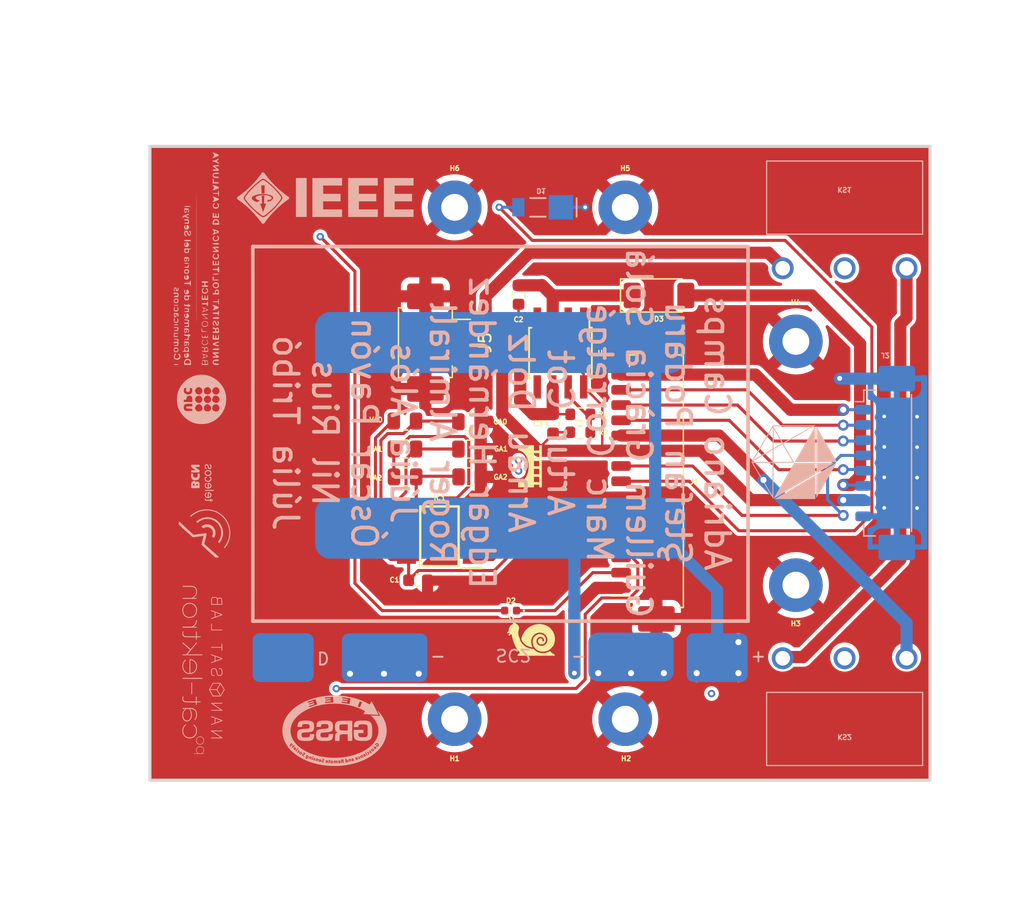
<source format=kicad_pcb>
(kicad_pcb (version 20221018) (generator pcbnew)
  (layers (0 "F.Cu" signal) (1 "In1.Cu" signal) (2 "In2.Cu" signal) (3 "In3.Cu" signal) (4 "In4.Cu" signal) (31 "B.Cu" signal) (34 "B.Paste" user) (35 "F.Paste" user) (36 "B.SilkS" user "B.Silkscreen") (37 "F.SilkS" user "F.Silkscreen") (38 "B.Mask" user) (39 "F.Mask" user) (44 "Edge.Cuts" user))
  (net 0 "")
  (net 1 "/SDA")
  (net 2 "/SCL")
  (net 3 "/VCC")
  (net 4 "/SWDIO")
  (net 5 "/SWCLK")
  (net 6 "/NRST")
  (net 7 "/KILLSWITCH+")
  (net 8 "/BATT-")
  (net 9 "/MAG-Y")
  (net 10 "/BATT+")
  (net 11 "/VCC_Umbilical")
  (net 12 "/SOLAR_Y")
  (net 13 "GND")
  (net 14 "/PH+")
  (net 15 "Net-(IC1-A0)")
  (net 16 "Net-(IC1-A1)")
  (net 17 "Net-(IC1-A2)")
  (net 18 "/VCC_MAG")
  (net 20 "Net-(KS1-NC)")
  (net 22 "/SWO")
  (net 23 "Net-(U1-EN)")
  (net 24 "/CHARGE+")
  (net 25 "Net-(U1-FB)")
  (footprint "Package_SO:TI_SO-PowerPAD-8" (layer "F.Cu") (at 103.6828 47.9552 -90)
    (fp_text reference "U1" (at 0 -3.4544 unlocked) (layer "F.SilkS") (effects (font (size 0.4 0.4))))
    (fp_text value "TPS7A7002DDAR ")
    (pad "1" smd rect (at -2.78 -1.905 270) (size 1.91 0.61) (layers "F.Cu" "F.Paste" "F.Mask"))
    (pad "2" smd rect (at -2.78 -0.635 270) (size 1.91 0.61) (layers "F.Cu" "F.Paste" "F.Mask") (net 23 "Net-(U1-EN)"))
    (pad "3" smd rect (at -2.78 0.635 270) (size 1.91 0.61) (layers "F.Cu" "F.Paste" "F.Mask") (net 23 "Net-(U1-EN)"))
    (pad "4" smd rect (at -2.78 1.905 270) (size 1.91 0.61) (layers "F.Cu" "F.Paste" "F.Mask"))
    (pad "5" smd rect (at 2.78 1.905 270) (size 1.91 0.61) (layers "F.Cu" "F.Paste" "F.Mask"))
    (pad "6" smd rect (at 2.78 0.635 270) (size 1.91 0.61) (layers "F.Cu" "F.Paste" "F.Mask") (net 10 "/BATT+"))
    (pad "7" smd rect (at 2.78 -0.635 270) (size 1.91 0.61) (layers "F.Cu" "F.Paste" "F.Mask") (net 25 "Net-(U1-FB)"))
    (pad "8" smd rect (at 2.78 -1.905 270) (size 1.91 0.61) (layers "F.Cu" "F.Paste" "F.Mask") (net 8 "/BATT-"))
    (pad "9" smd rect (at -0.6025 -0.775 270) (size 1.205 1.55) (layers "F.Cu" "F.Paste" "F.Mask") (net 8 "/BATT-"))
    (pad "9" smd rect (at -0.6025 0.775 270) (size 1.205 1.55) (layers "F.Cu" "F.Paste" "F.Mask") (net 8 "/BATT-"))
    (pad "9" smd rect (at 0.6025 -0.775 270) (size 1.205 1.55) (layers "F.Cu" "F.Paste" "F.Mask") (net 8 "/BATT-"))
    (pad "9" smd rect (at 0.6025 0.775 270) (size 1.205 1.55) (layers "F.Cu" "F.Paste" "F.Mask") (net 8 "/BATT-"))
  )
  (footprint "Resistor_SMD:R_0603_1608Metric" (layer "F.Cu") (at 105.3084 52.9844)
    (fp_text reference "R1" (at 1.8796 0 unlocked) (layer "F.SilkS") (effects (font (size 0.4 0.4))))
    (fp_text value "340k")
    (pad "1" smd roundrect (at -0.825 0) (size 0.8 0.95) (layers "F.Cu" "F.Paste" "F.Mask") (net 10 "/BATT+"))
    (pad "2" smd roundrect (at 0.825 0) (size 0.8 0.95) (layers "F.Cu" "F.Paste" "F.Mask") (net 25 "Net-(U1-FB)"))
  )
  (footprint "MountingHole:MountingHole_2.2mm_M2_Pad" (layer "F.Cu") (at 123 47)
    (fp_text reference "H4" (at 0 -3.2 unlocked) (layer "F.SilkS") (effects (font (size 0.4 0.4))))
    (fp_text value "MountingHole_Pad")
    (pad "1" thru_hole circle (at 0 0) (size 4.4 4.4) (drill 2.2) (layers "*.Cu" "*.Mask") (net 13 "GND"))
  )
  (footprint "Resistor_SMD:R_0805_2012Metric" (layer "F.Cu") (at 90.9198 55.8292 180)
    (fp_text reference "VA1" (at 2.3842 -0.017 unlocked) (layer "F.SilkS") (effects (font (size 0.4 0.4))))
    (fp_text value "0R")
    (pad "1" smd roundrect (at -0.9125 0 180) (size 1.025 1.4) (layers "F.Cu" "F.Paste" "F.Mask") (roundrect_rratio 0.243902439) (net 16 "Net-(IC1-A1)"))
    (pad "2" smd roundrect (at 0.9125 0 180) (size 1.025 1.4) (layers "F.Cu" "F.Paste" "F.Mask") (roundrect_rratio 0.243902439) (net 3 "/VCC"))
  )
  (footprint "LED_SMD:LED_0402_1005Metric" (layer "F.Cu") (at 99.591 69.088 180)
    (fp_text reference "D2" (at -0.0278 0.8128 unlocked) (layer "F.SilkS") (effects (font (size 0.4 0.4))))
    (fp_text value "LED")
    (pad "1" smd roundrect (at -0.485 0 180) (size 0.59 0.64) (layers "F.Cu" "F.Paste" "F.Mask") (net 9 "/MAG-Y"))
    (pad "2" smd roundrect (at 0.485 0 180) (size 0.59 0.64) (layers "F.Cu" "F.Paste" "F.Mask") (net 18 "/VCC_MAG"))
  )
  (footprint "sensor-nsl:TCN75AVOA" (layer "F.Cu") (at 93.7768 63.0428 180)
    (fp_text reference "IC1" (at 0 3.2004 unlocked) (layer "F.SilkS") (effects (font (size 0.4 0.4))))
    (fp_text value "TCN75AVOA713")
    (pad "1" smd rect (at -2.675 -1.855 270) (size 0.7 1.55) (layers "F.Cu" "F.Paste" "F.Mask") (net 1 "/SDA"))
    (pad "2" smd rect (at -2.675 -0.585 270) (size 0.7 1.55) (layers "F.Cu" "F.Paste" "F.Mask") (net 2 "/SCL"))
    (pad "3" smd rect (at -2.675 0.685 270) (size 0.7 1.55) (layers "F.Cu" "F.Paste" "F.Mask") (net 13 "GND"))
    (pad "4" smd rect (at -2.675 1.955 270) (size 0.7 1.55) (layers "F.Cu" "F.Paste" "F.Mask") (net 13 "GND"))
    (pad "5" smd rect (at 2.725 1.955 270) (size 0.7 1.55) (layers "F.Cu" "F.Paste" "F.Mask") (net 17 "Net-(IC1-A2)"))
    (pad "6" smd rect (at 2.725 0.685 270) (size 0.7 1.55) (layers "F.Cu" "F.Paste" "F.Mask") (net 16 "Net-(IC1-A1)"))
    (pad "7" smd rect (at 2.725 -0.585 270) (size 0.7 1.55) (layers "F.Cu" "F.Paste" "F.Mask") (net 15 "Net-(IC1-A0)"))
    (pad "8" smd rect (at 2.725 -1.855 270) (size 0.7 1.55) (layers "F.Cu" "F.Paste" "F.Mask") (net 3 "/VCC"))
  )
  (footprint "Resistor_SMD:R_0805_2012Metric" (layer "F.Cu") (at 96.2349 58.1152)
    (fp_text reference "GA2" (at 2.5256 0.0188 unlocked) (layer "F.SilkS") (effects (font (size 0.4 0.4))))
    (fp_text value "0R")
    (pad "1" smd roundrect (at -0.9125 0) (size 1.025 1.4) (layers "F.Cu" "F.Paste" "F.Mask") (roundrect_rratio 0.243902439) (net 17 "Net-(IC1-A2)"))
    (pad "2" smd roundrect (at 0.9125 0) (size 1.025 1.4) (layers "F.Cu" "F.Paste" "F.Mask") (roundrect_rratio 0.243902439) (net 13 "GND"))
  )
  (footprint "Resistor_SMD:R_0805_2012Metric" (layer "F.Cu") (at 96.2208 53.594)
    (fp_text reference "GA0" (at 2.5256 0.0044 unlocked) (layer "F.SilkS") (effects (font (size 0.4 0.4))))
    (fp_text value "0R")
    (pad "1" smd roundrect (at -0.9125 0) (size 1.025 1.4) (layers "F.Cu" "F.Paste" "F.Mask") (roundrect_rratio 0.243902439) (net 15 "Net-(IC1-A0)"))
    (pad "2" smd roundrect (at 0.9125 0) (size 1.025 1.4) (layers "F.Cu" "F.Paste" "F.Mask") (roundrect_rratio 0.243902439) (net 13 "GND"))
  )
  (footprint "MountingHole:MountingHole_2.2mm_M2_Pad" (layer "F.Cu") (at 95 78)
    (fp_text reference "H1" (at -0.004 3.2292 unlocked) (layer "F.SilkS") (effects (font (size 0.4 0.4))))
    (fp_text value "MountingHole_Pad")
    (pad "1" thru_hole circle (at 0 0) (size 4.4 4.4) (drill 2.2) (layers "*.Cu" "*.Mask") (net 13 "GND"))
  )
  (footprint "Connector_Molex:Molex_PicoBlade_53261-0371_1x03-1MP_P1.25mm_Horizontal" (layer "F.Cu") (at 93.0996 47.1016 -90)
    (fp_text reference "J5" (at 0 -4.4 90) (layer "F.SilkS"))
    (fp_text value "Conn_01x03_MountingPin")
    (pad "1" smd roundrect (at -1.25 -2.4 270) (size 0.8 1.6) (layers "F.Cu" "F.Paste" "F.Mask") (net 10 "/BATT+"))
    (pad "2" smd roundrect (at 0 -2.4 270) (size 0.8 1.6) (layers "F.Cu" "F.Paste" "F.Mask"))
    (pad "3" smd roundrect (at 1.25 -2.4 270) (size 0.8 1.6) (layers "F.Cu" "F.Paste" "F.Mask") (net 8 "/BATT-"))
    (pad "MP" smd roundrect (at -3.8 0.5 270) (size 2.1 3) (layers "F.Cu" "F.Paste" "F.Mask") (roundrect_rratio 0.1190480952) (net 13 "GND"))
    (pad "MP" smd roundrect (at 3.8 0.5 270) (size 2.1 3) (layers "F.Cu" "F.Paste" "F.Mask") (roundrect_rratio 0.1190480952) (net 13 "GND"))
  )
  (footprint "Capacitor_SMD:C_0603_1608Metric" (layer "F.Cu") (at 100.2414 43.1741 -90)
    (fp_text reference "C2" (at 2.032 0 unlocked) (layer "F.SilkS") (effects (font (size 0.4 0.4))))
    (fp_text value "10uF")
    (pad "1" smd roundrect (at -0.775 0 270) (size 0.9 0.95) (layers "F.Cu" "F.Paste" "F.Mask") (net 23 "Net-(U1-EN)"))
    (pad "2" smd roundrect (at 0.775 0 270) (size 0.9 0.95) (layers "F.Cu" "F.Paste" "F.Mask") (net 8 "/BATT-"))
  )
  (footprint "Resistor_SMD:R_0805_2012Metric" (layer "F.Cu") (at 90.9198 53.5364 180)
    (fp_text reference "VA0" (at 2.3754 0.0988 unlocked) (layer "F.SilkS") (effects (font (size 0.4 0.4))))
    (fp_text value "0R")
    (pad "1" smd roundrect (at -0.9125 0 180) (size 1.025 1.4) (layers "F.Cu" "F.Paste" "F.Mask") (roundrect_rratio 0.243902439) (net 15 "Net-(IC1-A0)"))
    (pad "2" smd roundrect (at 0.9125 0 180) (size 1.025 1.4) (layers "F.Cu" "F.Paste" "F.Mask") (roundrect_rratio 0.243902439) (net 3 "/VCC"))
  )
  (footprint "MountingHole:MountingHole_2.2mm_M2_Pad" (layer "F.Cu") (at 95 36)
    (fp_text reference "H6" (at 0 -3.2 unlocked) (layer "F.SilkS") (effects (font (size 0.4 0.4))))
    (fp_text value "MountingHole_Pad")
    (pad "1" thru_hole circle (at 0 0) (size 4.4 4.4) (drill 2.2) (layers "*.Cu" "*.Mask") (net 13 "GND"))
  )
  (footprint "symbols-nsl:Snail" (layer "F.Cu") (at 102 71.5772)
    (fp_text reference "Annotation6" hide)
    (fp_text value "snail")
  )
  (footprint "Resistor_SMD:R_0805_2012Metric" (layer "F.Cu") (at 96.2208 55.8368)
    (fp_text reference "GA1" (at 2.5764 -0.0178 unlocked) (layer "F.SilkS") (effects (font (size 0.4 0.4))))
    (fp_text value "0R")
    (pad "1" smd roundrect (at -0.9125 0) (size 1.025 1.4) (layers "F.Cu" "F.Paste" "F.Mask") (roundrect_rratio 0.243902439) (net 16 "Net-(IC1-A1)"))
    (pad "2" smd roundrect (at 0.9125 0) (size 1.025 1.4) (layers "F.Cu" "F.Paste" "F.Mask") (roundrect_rratio 0.243902439) (net 13 "GND"))
  )
  (footprint "passive-nsl:RBS1LAM40ATR_Schottky" (layer "F.Cu") (at 111.7698 43.2308)
    (fp_text reference "D3" (at -0.0098 1.9304 unlocked) (layer "F.SilkS") (effects (font (size 0.4 0.4))))
    (fp_text value "~")
    (pad "1" smd roundrect (at -2.2 0) (size 1.4 2.1) (layers "F.Cu" "F.Paste" "F.Mask") (roundrect_rratio 0.1785714286) (net 23 "Net-(U1-EN)"))
    (pad "2" smd roundrect (at 2.2 0) (size 1.4 2.1) (layers "F.Cu" "F.Paste" "F.Mask") (roundrect_rratio 0.1785714286) (net 24 "/CHARGE+"))
  )
  (footprint "Capacitor_SMD:C_0603_1608Metric" (layer "F.Cu") (at 91.9988 66.5988)
    (fp_text reference "C1" (at -1.9392 -0.0254 unlocked) (layer "F.SilkS") (effects (font (size 0.4 0.4))))
    (fp_text value "1 uF")
    (pad "1" smd roundrect (at -0.775 0) (size 0.9 0.95) (layers "F.Cu" "F.Paste" "F.Mask") (net 3 "/VCC"))
    (pad "2" smd roundrect (at 0.775 0) (size 0.9 0.95) (layers "F.Cu" "F.Paste" "F.Mask") (net 13 "GND"))
  )
  (footprint "MountingHole:MountingHole_2.2mm_M2_Pad" (layer "F.Cu") (at 123 67)
    (fp_text reference "H3" (at -0.0132 3.1548 unlocked) (layer "F.SilkS") (effects (font (size 0.4 0.4))))
    (fp_text value "MountingHole_Pad")
    (pad "1" thru_hole circle (at 0 0) (size 4.4 4.4) (drill 2.2) (layers "*.Cu" "*.Mask") (net 13 "GND"))
  )
  (footprint "Resistor_SMD:R_0603_1608Metric" (layer "F.Cu") (at 105.3084 54.4576)
    (fp_text reference "R2" (at 1.8796 0 unlocked) (layer "F.SilkS") (effects (font (size 0.4 0.4))))
    (fp_text value "50k")
    (pad "1" smd roundrect (at -0.825 0) (size 0.8 0.95) (layers "F.Cu" "F.Paste" "F.Mask") (net 8 "/BATT-"))
    (pad "2" smd roundrect (at 0.825 0) (size 0.8 0.95) (layers "F.Cu" "F.Paste" "F.Mask") (net 25 "Net-(U1-FB)"))
  )
  (footprint "MountingHole:MountingHole_2.2mm_M2_Pad" (layer "F.Cu") (at 109 78)
    (fp_text reference "H2" (at 0.0676 3.2292 unlocked) (layer "F.SilkS") (effects (font (size 0.4 0.4))))
    (fp_text value "MountingHole_Pad")
    (pad "1" thru_hole circle (at 0 0) (size 4.4 4.4) (drill 2.2) (layers "*.Cu" "*.Mask") (net 13 "GND"))
  )
  (footprint "symbols-nsl:Bridgemaker" (layer "F.Cu") (at 101.092 57.2008 -90)
    (fp_text reference "Annotation5" hide)
    (fp_text value "Bridgemaker")
  )
  (footprint "Capacitor_SMD:C_0603_1608Metric" (layer "F.Cu") (at 103.0732 53.7464 -90)
    (fp_text reference "C3" (at 0 1.2192 unlocked) (layer "F.SilkS") (effects (font (size 0.4 0.4))))
    (fp_text value "10uF")
    (pad "1" smd roundrect (at -0.775 0 270) (size 0.9 0.95) (layers "F.Cu" "F.Paste" "F.Mask") (net 10 "/BATT+"))
    (pad "2" smd roundrect (at 0.775 0 270) (size 0.9 0.95) (layers "F.Cu" "F.Paste" "F.Mask") (net 8 "/BATT-"))
  )
  (footprint "MountingHole:MountingHole_2.2mm_M2_Pad" (layer "F.Cu") (at 109 36)
    (fp_text reference "H5" (at 0 -3.2 unlocked) (layer "F.SilkS") (effects (font (size 0.4 0.4))))
    (fp_text value "MountingHole_Pad")
    (pad "1" thru_hole circle (at 0 0) (size 4.4 4.4) (drill 2.2) (layers "*.Cu" "*.Mask") (net 13 "GND"))
  )
  (footprint "Resistor_SMD:R_0805_2012Metric" (layer "F.Cu") (at 90.9339 58.1152 180)
    (fp_text reference "VA2" (at 2.435 -0.082 unlocked) (layer "F.SilkS") (effects (font (size 0.4 0.4))))
    (fp_text value "0R")
    (pad "1" smd roundrect (at -0.9125 0 180) (size 1.025 1.4) (layers "F.Cu" "F.Paste" "F.Mask") (roundrect_rratio 0.243902439) (net 17 "Net-(IC1-A2)"))
    (pad "2" smd roundrect (at 0.9125 0 180) (size 1.025 1.4) (layers "F.Cu" "F.Paste" "F.Mask") (roundrect_rratio 0.243902439) (net 3 "/VCC"))
  )
  (footprint "Connector_Molex:Molex_PicoBlade_53261-1571_1x15-1MP_P1.25mm_Horizontal" (layer "F.Cu") (at 111.0568 58.4738 90)
    (fp_text reference "J1" (at -0.0508 3.6068 unlocked) (layer "F.SilkS") (effects (font (size 0.4 0.4))))
    (fp_text value "53261-1471")
    (pad "1" smd roundrect (at -8.75 -2.4 90) (size 0.8 1.6) (layers "F.Cu" "F.Paste" "F.Mask") (net 12 "/SOLAR_Y"))
    (pad "2" smd roundrect (at -7.5 -2.4 90) (size 0.8 1.6) (layers "F.Cu" "F.Paste" "F.Mask") (net 9 "/MAG-Y"))
    (pad "3" smd roundrect (at -6.25 -2.4 90) (size 0.8 1.6) (layers "F.Cu" "F.Paste" "F.Mask") (net 18 "/VCC_MAG"))
    (pad "4" smd roundrect (at -5 -2.4 90) (size 0.8 1.6) (layers "F.Cu" "F.Paste" "F.Mask") (net 3 "/VCC"))
    (pad "5" smd roundrect (at -3.75 -2.4 90) (size 0.8 1.6) (layers "F.Cu" "F.Paste" "F.Mask") (net 1 "/SDA"))
    (pad "6" smd roundrect (at -2.5 -2.4 90) (size 0.8 1.6) (layers "F.Cu" "F.Paste" "F.Mask") (net 2 "/SCL"))
    (pad "7" smd roundrect (at -1.25 -2.4 90) (size 0.8 1.6) (layers "F.Cu" "F.Paste" "F.Mask") (net 13 "GND"))
    (pad "8" smd roundrect (at 0 -2.4 90) (size 0.8 1.6) (layers "F.Cu" "F.Paste" "F.Mask") (net 14 "/PH+"))
    (pad "9" smd roundrect (at 1.25 -2.4 90) (size 0.8 1.6) (layers "F.Cu" "F.Paste" "F.Mask") (net 22 "/SWO"))
    (pad "10" smd roundrect (at 2.5 -2.4 90) (size 0.8 1.6) (layers "F.Cu" "F.Paste" "F.Mask") (net 8 "/BATT-"))
    (pad "11" smd roundrect (at 3.75 -2.4 90) (size 0.8 1.6) (layers "F.Cu" "F.Paste" "F.Mask") (net 7 "/KILLSWITCH+"))
    (pad "12" smd roundrect (at 5 -2.4 90) (size 0.8 1.6) (layers "F.Cu" "F.Paste" "F.Mask") (net 6 "/NRST"))
    (pad "13" smd roundrect (at 6.25 -2.4 90) (size 0.8 1.6) (layers "F.Cu" "F.Paste" "F.Mask") (net 5 "/SWCLK"))
    (pad "14" smd roundrect (at 7.5 -2.4 90) (size 0.8 1.6) (layers "F.Cu" "F.Paste" "F.Mask") (net 4 "/SWDIO"))
    (pad "15" smd roundrect (at 8.75 -2.4 90) (size 0.8 1.6) (layers "F.Cu" "F.Paste" "F.Mask") (net 11 "/VCC_Umbilical"))
    (pad "MP" smd roundrect (at -11.3 0.5 90) (size 2.1 3) (layers "F.Cu" "F.Paste" "F.Mask") (roundrect_rratio 0.1190480952) (net 13 "GND"))
    (pad "MP" smd roundrect (at 11.3 0.5 90) (size 2.1 3) (layers "F.Cu" "F.Paste" "F.Mask") (roundrect_rratio 0.1190480952) (net 13 "GND"))
  )
  (footprint "symbols-nsl:pocat-lektron" (layer "B.Cu") (at 73.5076 73.914 90)
    (fp_text reference "Annotation7" hide)
    (fp_text value "pocat lektron" hide)
  )
  (footprint "miscelaneous-nsl:D2FLA" (layer "B.Cu") (at 121.92 73)
    (fp_text reference "KS2" (at 5.08 6.45 180 unlocked) (layer "B.SilkS") (effects (font (size 0.4 0.4) (thickness 0.1)) (justify mirror)))
    (fp_text value "D2F-01L-A" hide)
    (pad "1" thru_hole circle (at 0 0) (size 1.8 1.8) (drill 1.2) (layers "*.Cu" "*.Mask") (net 20 "Net-(KS1-NC)"))
    (pad "2" thru_hole circle (at 5.08 0) (size 1.8 1.8) (drill 1.2) (layers "*.Cu" "*.Mask"))
    (pad "3" thru_hole circle (at 10.16 0) (size 1.8 1.8) (drill 1.2) (layers "*.Cu" "*.Mask") (net 7 "/KILLSWITCH+"))
  )
  (footprint "symbols-nsl:IEEE_logo" (layer "B.Cu") (at 85.9028 35.2044)
    (fp_text reference "Annotation2" hide)
    (fp_text value "IEEE")
  )
  (footprint "power-nsl:Lighttricity_S3040_CIC" (layer "B.Cu") (at 78.4352 69.9516)
    (fp_text reference "SC2" (at 21.3868 2.794 180 unlocked) (layer "B.SilkS") (effects (justify mirror)))
    (fp_text value "~")
    (fp_text user "-" (at 26.035 2.413 180 unlocked) (layer "B.SilkS") (effects (justify left bottom mirror)))
    (fp_text user "-" (at 14.478 2.413 180 unlocked) (layer "B.SilkS") (effects (justify left bottom mirror)))
    (fp_text user "D" (at 5.1816 2.4384 180 unlocked) (layer "B.SilkS") (effects (justify left bottom mirror)))
    (fp_text user "+" (at 40.767 2.413 180 unlocked) (layer "B.SilkS") (effects (justify left bottom mirror)))
    (pad "1" smd roundrect (at 10.8204 3) (size 7 4) (layers "B.Cu" "B.Paste" "B.Mask") (roundrect_rratio 0.1428571429) (net 13 "GND"))
    (pad "1" smd roundrect (at 31.0388 2.9464) (size 7 4) (layers "B.Cu" "B.Paste" "B.Mask") (roundrect_rratio 0.2) (net 13 "GND"))
    (pad "2" smd roundrect (at 2.4892 2.9972) (size 5 4) (layers "B.Cu" "B.Paste" "B.Mask") (roundrect_rratio 0.1428571429))
    (pad "3" smd roundrect (at 7.62 -22.86) (size 5 5) (layers "B.Cu" "B.Paste" "B.Mask") (net 12 "/SOLAR_Y"))
    (pad "3" smd roundrect (at 7.62 -7.62) (size 5 5) (layers "B.Cu" "B.Paste" "B.Mask") (net 12 "/SOLAR_Y"))
    (pad "3" smd roundrect (at 33.02 -22.86) (size 5 5) (layers "B.Cu" "B.Paste" "B.Mask") (net 12 "/SOLAR_Y"))
    (pad "3" smd roundrect (at 33.02 -7.62) (size 5 5) (layers "B.Cu" "B.Paste" "B.Mask") (net 12 "/SOLAR_Y"))
    (pad "3" smd roundrect (at 38.1 2.9972) (size 5 4) (layers "B.Cu" "B.Paste" "B.Mask") (roundrect_rratio 0.1428571429) (net 12 "/SOLAR_Y"))
  )
  (footprint "symbols-nsl:Telecos" (layer "B.Cu") (at 74.422 60.604401 90)
    (fp_text reference "Annotation4" hide)
    (fp_text value "Telecos")
  )
  (footprint "symbols-nsl:NSL_hexagon" (layer "B.Cu") (at 122.8852 56.9468 -90)
    (fp_text reference "Annotation9" hide)
    (fp_text value "NSL_hex")
  )
  (footprint "passive-nsl:SLCD-61N8" (layer "B.Cu") (at 102.1139 36.0668 180)
    (fp_text reference "D1" (at 0.0059 1.4212 180 unlocked) (layer "B.SilkS") (effects (font (size 0.4 0.4)) (justify mirror)))
    (fp_text value "SLCD-61N8")
    (pad "1" smd rect (at 1.8855 0.075 180) (size 1 1.5) (layers "B.Cu" "B.Paste" "B.Mask") (net 14 "/PH+"))
    (pad "2" smd rect (at -1.6 0.075 180) (size 2 2) (layers "B.Cu" "B.Paste" "B.Mask") (net 13 "GND"))
  )
  (footprint "Connector_Molex:Molex_PicoBlade_53398-0871_1x08-1MP_P1.25mm_Vertical" (layer "B.Cu") (at 129.778 56.98 -90)
    (fp_text reference "J2" (at -8.8392 -0.5588 -180 unlocked) (layer "B.SilkS") (effects (font (size 0.4 0.4)) (justify mirror)))
    (fp_text value "Conn_01x08_MountingPin")
    (pad "1" smd roundrect (at -4.375 1.25 270) (size 0.8 1.3) (layers "B.Cu" "B.Paste" "B.Mask") (net 11 "/VCC_Umbilical"))
    (pad "2" smd roundrect (at -3.125 1.25 270) (size 0.8 1.3) (layers "B.Cu" "B.Paste" "B.Mask") (net 4 "/SWDIO"))
    (pad "3" smd roundrect (at -1.875 1.25 270) (size 0.8 1.3) (layers "B.Cu" "B.Paste" "B.Mask") (net 5 "/SWCLK"))
    (pad "4" smd roundrect (at -0.625 1.25 270) (size 0.8 1.3) (layers "B.Cu" "B.Paste" "B.Mask") (net 22 "/SWO"))
    (pad "5" smd roundrect (at 0.625 1.25 270) (size 0.8 1.3) (layers "B.Cu" "B.Paste" "B.Mask") (net 6 "/NRST"))
    (pad "6" smd roundrect (at 1.875 1.25 270) (size 0.8 1.3) (layers "B.Cu" "B.Paste" "B.Mask") (net 24 "/CHARGE+"))
    (pad "7" smd roundrect (at 3.125 1.25 270) (size 0.8 1.3) (layers "B.Cu" "B.Paste" "B.Mask") (net 8 "/BATT-"))
    (pad "8" smd roundrect (at 4.375 1.25 270) (size 0.8 1.3) (layers "B.Cu" "B.Paste" "B.Mask") (net 13 "GND"))
    (pad "MP" smd roundrect (at -6.925 -1.5 270) (size 2.1 3) (layers "B.Cu" "B.Paste" "B.Mask") (roundrect_rratio 0.1190480952) (net 13 "GND"))
    (pad "MP" smd roundrect (at 6.925 -1.5 270) (size 2.1 3) (layers "B.Cu" "B.Paste" "B.Mask") (roundrect_rratio 0.1190480952) (net 13 "GND"))
  )
  (footprint "symbols-nsl:NSL-small" (layer "B.Cu") (at 75.4888 74.0664 90)
    (fp_text reference "Annotation8" hide)
    (fp_text value "NSL_long" hide)
  )
  (footprint "miscelaneous-nsl:D2FLA1" (layer "B.Cu") (at 121.92 41)
    (fp_text reference "KS1" (at 5.08 -6.45 180 unlocked) (layer "B.SilkS") (effects (font (size 0.4 0.4) (thickness 0.1)) (justify mirror)))
    (fp_text value "D2F-01L-A1" hide)
    (pad "1" thru_hole circle (at 0 0) (size 1.8 1.8) (drill 1.2) (layers "*.Cu" "*.Mask") (net 10 "/BATT+"))
    (pad "2" thru_hole circle (at 5.08 0) (size 1.8 1.8) (drill 1.2) (layers "*.Cu" "*.Mask"))
    (pad "3" thru_hole circle (at 10.16 0) (size 1.8 1.8) (drill 1.2) (layers "*.Cu" "*.Mask") (net 20 "Net-(KS1-NC)"))
  )
  (footprint "symbols-nsl:GRSS" (layer "B.Cu") (at 85.145837 79.031402 180)
    (fp_text reference "Annotation1" hide)
    (fp_text value "GRSS")
  )
  (footprint "symbols-nsl:UPC_positiu" (layer "B.Cu") (at 73.8124 42.926 90)
    (fp_text reference "Annotation3" hide)
    (fp_text value "UPC")
  )
  (gr_line (start 134 83) (end 70 83) (stroke (width 0.254)) (layer "Edge.Cuts"))
  (gr_line (start 134 31) (end 134 83) (stroke (width 0.254)) (layer "Edge.Cuts"))
  (gr_line (start 70 31) (end 134 31) (stroke (width 0.254)) (layer "Edge.Cuts"))
  (gr_line (start 70 83) (end 70 31) (stroke (width 0.254)) (layer "Edge.Cuts"))
  (gr_text "Adriano Camps\nŞtefan Podaru\nGuillem Gràcia Solá\nMarc Corretgé\nArtur Cot\nArnau Dolz\nEdgar Hernández\nRoger Almirall\nJúlia Alós\nÓscar Pavón\nNil Rius\nJúlia Tribó\n" (at 79.9592 54.5084 -90) (layer "B.SilkS") (effects (font (size 2 2) (thickness 0.3) bold) (justify bottom mirror)))
  (segment (start 100.8188 62.2238) (end 98.1448 64.8978) (width 0.254) (layer "F.Cu") (net 1))
  (segment (start 98.1448 64.8978) (end 96.4518 64.8978) (width 0.254) (layer "F.Cu") (net 1))
  (segment (start 108.6568 62.2238) (end 100.8188 62.2238) (width 0.254) (layer "F.Cu") (net 1))
  (segment (start 98.5258 63.6278) (end 96.4518 63.6278) (width 0.254) (layer "F.Cu") (net 2))
  (segment (start 101.1798 60.9738) (end 98.5258 63.6278) (width 0.254) (layer "F.Cu") (net 2))
  (segment (start 108.6568 60.9738) (end 101.1798 60.9738) (width 0.254) (layer "F.Cu") (net 2))
  (segment (start 91.0518 64.8978) (end 89.739 64.8978) (width 0.25) (layer "F.Cu") (net 3))
  (segment (start 88.5008 63.6596) (end 88.5008 54.931604) (width 0.25) (layer "F.Cu") (net 3))
  (segment (start 91.3247 54.8042) (end 95.8083 54.8042) (width 0.25) (layer "F.Cu") (net 3))
  (segment (start 90.0073 55.8292) (end 90.2997 55.8292) (width 0.25) (layer "F.Cu") (net 3))
  (segment (start 89.739 64.8978) (end 88.5008 63.6596) (width 0.25) (layer "F.Cu") (net 3))
  (segment (start 92.0238 65.7988) (end 98.2598 65.7988) (width 0.25) (layer "F.Cu") (net 3))
  (segment (start 90.0073 58.1011) (end 90.0214 58.1152) (width 0.25) (layer "F.Cu") (net 3))
  (segment (start 90.0073 55.8292) (end 90.0073 58.1011) (width 0.25) (layer "F.Cu") (net 3))
  (segment (start 93.7768 59.8424) (end 92.9132 60.706) (width 0.25) (layer "F.Cu") (net 3))
  (segment (start 92.9132 60.706) (end 92.9132 64.0588) (width 0.25) (layer "F.Cu") (net 3))
  (segment (start 88.5008 54.931604) (end 89.896004 53.5364) (width 0.25) (layer "F.Cu") (net 3))
  (segment (start 91.2238 66.5988) (end 91.2238 65.0698) (width 0.25) (layer "F.Cu") (net 3))
  (segment (start 98.2598 65.7988) (end 100.5848 63.4738) (width 0.25) (layer "F.Cu") (net 3))
  (segment (start 89.896004 53.5364) (end 90.0073 53.5364) (width 0.25) (layer "F.Cu") (net 3))
  (segment (start 100.5848 63.4738) (end 108.6568 63.4738) (width 0.25) (layer "F.Cu") (net 3))
  (segment (start 91.2238 65.0698) (end 91.0518 64.8978) (width 0.25) (layer "F.Cu") (net 3))
  (segment (start 91.2238 66.5988) (end 92.0238 65.7988) (width 0.25) (layer "F.Cu") (net 3))
  (segment (start 92.9132 64.0588) (end 92.0742 64.8978) (width 0.25) (layer "F.Cu") (net 3))
  (segment (start 92.0742 64.8978) (end 91.0518 64.8978) (width 0.25) (layer "F.Cu") (net 3))
  (segment (start 95.1992 59.8424) (end 93.7768 59.8424) (width 0.25) (layer "F.Cu") (net 3))
  (segment (start 96.1599 55.1558) (end 96.1599 58.8817) (width 0.25) (layer "F.Cu") (net 3))
  (segment (start 90.2997 55.8292) (end 91.3247 54.8042) (width 0.25) (layer "F.Cu") (net 3))
  (segment (start 96.1599 58.8817) (end 95.1992 59.8424) (width 0.25) (layer "F.Cu") (net 3))
  (segment (start 95.8083 54.8042) (end 96.1599 55.1558) (width 0.25) (layer "F.Cu") (net 3))
  (segment (start 121.898 53.8768) (end 118.995 50.9738) (width 0.254) (layer "F.Cu") (net 4))
  (segment (start 118.995 50.9738) (end 108.6568 50.9738) (width 0.254) (layer "F.Cu") (net 4))
  (segment (start 126.8848 53.8768) (end 121.898 53.8768) (width 0.254) (layer "F.Cu") (net 4))
  (via (at 126.8848 53.8768) (size 0.9) (drill 0.5) (layers "F.Cu" "B.Cu") (net 4))
  (segment (start 126.8848 53.8768) (end 128.5062 53.8768) (width 0.254) (layer "B.Cu") (net 4))
  (segment (start 128.5062 53.8768) (end 128.528 53.855) (width 0.254) (layer "B.Cu") (net 4))
  (segment (start 121.166 55.1768) (end 118.213 52.2238) (width 0.254) (layer "F.Cu") (net 5))
  (segment (start 118.213 52.2238) (end 108.6568 52.2238) (width 0.254) (layer "F.Cu") (net 5))
  (segment (start 126.8848 55.1768) (end 121.166 55.1768) (width 0.254) (layer "F.Cu") (net 5))
  (via (at 126.8848 55.1768) (size 0.9) (drill 0.5) (layers "F.Cu" "B.Cu") (net 5))
  (segment (start 126.8848 55.1768) (end 128.4562 55.1768) (width 0.254) (layer "B.Cu") (net 5))
  (segment (start 128.4562 55.1768) (end 128.528 55.105) (width 0.254) (layer "B.Cu") (net 5))
  (segment (start 126.88348 57.525) (end 121.5838 57.525) (width 0.254) (layer "F.Cu") (net 6))
  (segment (start 121.5838 57.525) (end 117.5326 53.4738) (width 0.254) (layer "F.Cu") (net 6))
  (segment (start 126.8848 57.52368) (end 126.88348 57.525) (width 0.254) (layer "F.Cu") (net 6))
  (segment (start 117.5326 53.4738) (end 108.6568 53.4738) (width 0.254) (layer "F.Cu") (net 6))
  (via (at 126.8848 57.52368) (size 0.9) (drill 0.5) (layers "F.Cu" "B.Cu") (net 6))
  (segment (start 126.8848 57.52368) (end 126.89648 57.512) (width 0.254) (layer "B.Cu") (net 6))
  (segment (start 126.89648 57.512) (end 128.546 57.512) (width 0.254) (layer "B.Cu") (net 6))
  (segment (start 116.6998 54.7238) (end 108.6568 54.7238) (width 1) (layer "F.Cu") (net 7))
  (segment (start 120.3452 58.3692) (end 116.6998 54.7238) (width 1) (layer "F.Cu") (net 7))
  (via (at 120.3452 58.3692) (size 0.9) (drill 0.5) (layers "F.Cu" "B.Cu") (net 7))
  (segment (start 120.3452 58.3692) (end 132.08 70.104) (width 1) (layer "B.Cu") (net 7))
  (segment (start 132.08 70.104) (end 132.08 72.8996) (width 1) (layer "B.Cu") (net 7))
  (segment (start 101.9119 47.3527) (end 102.9078 47.3527) (width 0.2) (layer "F.Cu") (net 8))
  (segment (start 101.897 55.9738) (end 108.6568 55.9738) (width 1) (layer "F.Cu") (net 8))
  (segment (start 103.0732 54.61) (end 101.8032 55.88) (width 0.2) (layer "F.Cu") (net 8))
  (segment (start 107.1118 52.2592) (end 107.1118 55.88) (width 0.2) (layer "F.Cu") (net 8))
  (segment (start 98.9076 49.2506) (end 98.0086 48.3516) (width 1) (layer "F.Cu") (net 8))
  (segment (start 101.2444 55.3212) (end 98.9076 52.9844) (width 1) (layer "F.Cu") (net 8))
  (segment (start 105.5878 49.6877) (end 105.5878 50.7352) (width 0.2) (layer "F.Cu") (net 8))
  (segment (start 115.2574 55.9738) (end 119.3056 60.022) (width 1) (layer "F.Cu") (net 8))
  (segment (start 107.1118 55.88) (end 107.2056 55.9738) (width 0.2) (layer "F.Cu") (net 8))
  (segment (start 105.5878 50.7352) (end 107.1118 52.2592) (width 0.2) (layer "F.Cu") (net 8))
  (segment (start 98.0086 48.3516) (end 95.4996 48.3516) (width 1) (layer "F.Cu") (net 8))
  (segment (start 103.0732 54.5214) (end 103.0732 54.61) (width 0.2) (layer "F.Cu") (net 8))
  (segment (start 98.9076 52.9844) (end 98.9076 49.2506) (width 1) (layer "F.Cu") (net 8))
  (segment (start 108.6568 55.9738) (end 115.2574 55.9738) (width 1) (layer "F.Cu") (net 8))
  (segment (start 101.2444 55.3212) (end 101.897 55.9738) (width 1) (layer "F.Cu") (net 8))
  (segment (start 100.2414 43.9491) (end 100.2414 44.9202) (width 0.2) (layer "F.Cu") (net 8))
  (segment (start 100.2414 44.9202) (end 100.9396 45.6184) (width 0.2) (layer "F.Cu") (net 8))
  (segment (start 100.9396 45.6184) (end 100.9396 46.3804) (width 0.2) (layer "F.Cu") (net 8))
  (segment (start 104.4578 48.5577) (end 105.5878 49.6877) (width 0.2) (layer "F.Cu") (net 8))
  (segment (start 108.6568 55.9738) (end 107.2056 55.9738) (width 1) (layer "F.Cu") (net 8))
  (segment (start 103.137 54.4576) (end 103.0732 54.5214) (width 0.2) (layer "F.Cu") (net 8))
  (segment (start 101.8032 55.88) (end 101.2444 55.3212) (width 1) (layer "F.Cu") (net 8))
  (segment (start 119.3056 60.022) (end 126.8848 60.022) (width 1) (layer "F.Cu") (net 8))
  (segment (start 100.9396 46.3804) (end 101.9119 47.3527) (width 0.2) (layer "F.Cu") (net 8))
  (segment (start 104.4834 54.4576) (end 103.137 54.4576) (width 0.2) (layer "F.Cu") (net 8))
  (via (at 126.8848 60.022) (size 0.9) (drill 0.5) (layers "F.Cu" "B.Cu") (net 8))
  (segment (start 126.8848 60.022) (end 128.546 60.022) (width 1) (layer "B.Cu") (net 8))
  (segment (start 100.076 69.088) (end 103.2256 69.088) (width 0.25) (layer "F.Cu") (net 9))
  (segment (start 106.3398 65.9738) (end 108.6568 65.9738) (width 0.25) (layer "F.Cu") (net 9))
  (segment (start 103.2256 69.088) (end 106.3398 65.9738) (width 0.25) (layer "F.Cu") (net 9))
  (segment (start 103.0732 52.9714) (end 104.4704 52.9714) (width 0.2) (layer "F.Cu") (net 10))
  (segment (start 120.7516 39.7256) (end 101.125518 39.7256) (width 1) (layer "F.Cu") (net 10))
  (segment (start 103.0478 52.946) (end 103.0732 52.9714) (width 0.2) (layer "F.Cu") (net 10))
  (segment (start 97.5406 45.8516) (end 95.4996 45.8516) (width 1) (layer "F.Cu") (net 10))
  (segment (start 97.5406 43.310518) (end 97.5406 45.8516) (width 1) (layer "F.Cu") (net 10))
  (segment (start 103.0478 50.7352) (end 103.0478 52.946) (width 1) (layer "F.Cu") (net 10))
  (segment (start 101.4346 52.9714) (end 100.3808 51.9176) (width 1) (layer "F.Cu") (net 10))
  (segment (start 121.92 40.894) (end 120.7516 39.7256) (width 1) (layer "F.Cu") (net 10))
  (segment (start 103.0732 52.9714) (end 101.4346 52.9714) (width 1) (layer "F.Cu") (net 10))
  (segment (start 100.3808 48.6918) (end 97.5406 45.8516) (width 1) (layer "F.Cu") (net 10))
  (segment (start 101.125518 39.7256) (end 97.5406 43.310518) (width 1) (layer "F.Cu") (net 10))
  (segment (start 104.4704 52.9714) (end 104.4834 52.9844) (width 0.2) (layer "F.Cu") (net 10))
  (segment (start 100.3808 51.9176) (end 100.3808 48.6918) (width 1) (layer "F.Cu") (net 10))
  (segment (start 126.8786 52.6112) (end 122.5628 52.6112) (width 1) (layer "F.Cu") (net 11))
  (segment (start 119.6754 49.7238) (end 108.6568 49.7238) (width 1) (layer "F.Cu") (net 11))
  (segment (start 122.5628 52.6112) (end 119.6754 49.7238) (width 1) (layer "F.Cu") (net 11))
  (segment (start 126.8848 52.605) (end 126.8786 52.6112) (width 1) (layer "F.Cu") (net 11))
  (via (at 126.8848 52.605) (size 0.9) (drill 0.5) (layers "F.Cu" "B.Cu") (net 11))
  (segment (start 126.8848 52.605) (end 128.528 52.605) (width 0.25) (layer "B.Cu") (net 11))
  (segment (start 108.6568 67.2238) (end 106.6138 67.2238) (width 1) (layer "F.Cu") (net 12))
  (segment (start 106.6138 67.2238) (end 104.8258 69.0118) (width 1) (layer "F.Cu") (net 12))
  (segment (start 104.8258 69.0118) (end 104.8258 74.2188) (width 1) (layer "F.Cu") (net 12))
  (via (at 114.8588 74.2188) (size 0.9) (drill 0.5) (layers "F.Cu" "B.Cu") (net 12))
  (via (at 118.2878 74.2188) (size 0.9) (drill 0.5) (layers "F.Cu" "B.Cu") (net 12))
  (via (at 118.2878 71.6788) (size 0.9) (drill 0.5) (layers "F.Cu" "B.Cu") (net 12))
  (via (at 104.8258 74.2188) (size 0.8) (drill 0.4) (layers "F.Cu" "B.Cu") (net 12))
  (segment (start 104.8258 69.1388) (end 104.8258 62.3316) (width 1) (layer "B.Cu") (net 12))
  (segment (start 104.8258 62.3316) (end 111.4552 62.3316) (width 5) (layer "B.Cu") (net 12))
  (segment (start 111.4552 47.0916) (end 111.4552 62.3316) (width 1) (layer "B.Cu") (net 12))
  (segment (start 116.5352 72.9488) (end 116.5352 67.4116) (width 1) (layer "B.Cu") (net 12))
  (segment (start 86.0552 47.0916) (end 111.4552 47.0916) (width 5) (layer "B.Cu") (net 12))
  (segment (start 86.0552 62.3316) (end 104.8258 62.3316) (width 5) (layer "B.Cu") (net 12))
  (segment (start 116.5352 67.4116) (end 111.4552 62.3316) (width 1) (layer "B.Cu") (net 12))
  (segment (start 104.8258 74.2188) (end 104.8258 69.1388) (width 1) (layer "B.Cu") (net 12))
  (segment (start 123 47) (end 124.2092 48.2092) (width 0.25) (layer "F.Cu") (net 13))
  (via (at 132.9436 53.1768) (size 0.6) (drill 0.3) (layers "F.Cu" "B.Cu") (net 13))
  (via (at 130.2512 58.1552) (size 0.6) (drill 0.3) (layers "F.Cu" "B.Cu") (net 13))
  (via (at 112.1664 74.2188) (size 0.9) (drill 0.5) (layers "F.Cu" "B.Cu") (net 13))
  (via (at 130.2512 55.6552) (size 0.6) (drill 0.3) (layers "F.Cu" "B.Cu") (net 13))
  (via (at 132.9436 60.6768) (size 0.6) (drill 0.3) (layers "F.Cu" "B.Cu") (net 13))
  (via (at 130.2512 60.6552) (size 0.6) (drill 0.3) (layers "F.Cu" "B.Cu") (net 13))
  (via (at 130.2512 53.1552) (size 0.6) (drill 0.3) (layers "F.Cu" "B.Cu") (net 13))
  (via (at 89.2028 74.2696) (size 0.9) (drill 0.5) (layers "F.Cu" "B.Cu") (net 13))
  (via (at 132.9436 58.1768) (size 0.6) (drill 0.3) (layers "F.Cu" "B.Cu") (net 13))
  (via (at 86.4108 74.2696) (size 0.9) (drill 0.5) (layers "F.Cu" "B.Cu") (net 13))
  (via (at 92.0528 74.2696) (size 0.9) (drill 0.5) (layers "F.Cu" "B.Cu") (net 13))
  (via (at 105.7148 35.9918) (size 0.61) (drill 0.305) (layers "F.Cu" "B.Cu") (net 13))
  (via (at 106.7816 74.2188) (size 0.9) (drill 0.5) (layers "F.Cu" "B.Cu") (net 13))
  (via (at 109.474 74.2188) (size 0.9) (drill 0.5) (layers "F.Cu" "B.Cu") (net 13))
  (via (at 132.9436 55.6768) (size 0.6) (drill 0.3) (layers "F.Cu" "B.Cu") (net 13))
  (via (at 126.5936 50.038) (size 0.8) (drill 0.4) (layers "F.Cu" "B.Cu") (net 13))
  (segment (start 126.5936 50.038) (end 126.6106 50.055) (width 0.25) (layer "B.Cu") (net 13))
  (segment (start 126.6106 50.055) (end 131.278 50.055) (width 1) (layer "B.Cu") (net 13))
  (segment (start 103.3784 35.9918) (end 105.7148 35.9918) (width 0.25) (layer "B.Cu") (net 13))
  (segment (start 108.6568 58.4738) (end 114.2522 58.4738) (width 0.25) (layer "F.Cu") (net 14))
  (segment (start 127.8128 62.5348) (end 129.2352 61.1124) (width 0.25) (layer "F.Cu") (net 14))
  (segment (start 122.1232 38.7096) (end 101.3714 38.7096) (width 0.25) (layer "F.Cu") (net 14))
  (segment (start 129.2352 61.1124) (end 129.2352 45.8216) (width 0.25) (layer "F.Cu") (net 14))
  (segment (start 114.2522 58.4738) (end 118.3132 62.5348) (width 0.25) (layer "F.Cu") (net 14))
  (segment (start 101.3714 38.7096) (end 98.6536 35.9918) (width 0.25) (layer "F.Cu") (net 14))
  (segment (start 118.3132 62.5348) (end 127.8128 62.5348) (width 0.25) (layer "F.Cu") (net 14))
  (segment (start 129.2352 45.8216) (end 122.1232 38.7096) (width 0.25) (layer "F.Cu") (net 14))
  (via (at 98.6536 35.9918) (size 0.61) (drill 0.305) (layers "F.Cu" "B.Cu") (net 14))
  (segment (start 100.2284 35.9918) (end 98.6536 35.9918) (width 0.25) (layer "B.Cu") (net 14))
  (segment (start 95.2507 53.5364) (end 95.3083 53.594) (width 0.25) (layer "F.Cu") (net 15))
  (segment (start 88.9508 62.4332) (end 88.9508 55.118) (width 0.25) (layer "F.Cu") (net 15))
  (segment (start 89.5074 54.5614) (end 90.8073 54.5614) (width 0.25) (layer "F.Cu") (net 15))
  (segment (start 90.1454 63.6278) (end 88.9508 62.4332) (width 0.25) (layer "F.Cu") (net 15))
  (segment (start 91.0518 63.6278) (end 90.1454 63.6278) (width 0.25) (layer "F.Cu") (net 15))
  (segment (start 88.9508 55.118) (end 89.5074 54.5614) (width 0.25) (layer "F.Cu") (net 15))
  (segment (start 90.8073 54.5614) (end 91.8323 53.5364) (width 0.25) (layer "F.Cu") (net 15))
  (segment (start 91.8323 53.5364) (end 95.2507 53.5364) (width 0.25) (layer "F.Cu") (net 15))
  (segment (start 91.8323 55.8292) (end 95.3007 55.8292) (width 0.25) (layer "F.Cu") (net 16))
  (segment (start 91.0089 56.6526) (end 91.8323 55.8292) (width 0.25) (layer "F.Cu") (net 16))
  (segment (start 91.0518 62.3578) (end 90.247 62.3578) (width 0.25) (layer "F.Cu") (net 16))
  (segment (start 90.247 62.3578) (end 89.8652 61.976) (width 0.25) (layer "F.Cu") (net 16))
  (segment (start 91.0089 59.3557) (end 91.0089 56.6526) (width 0.25) (layer "F.Cu") (net 16))
  (segment (start 89.8652 60.4994) (end 91.0089 59.3557) (width 0.25) (layer "F.Cu") (net 16))
  (segment (start 89.8652 61.976) (end 89.8652 60.4994) (width 0.25) (layer "F.Cu") (net 16))
  (segment (start 95.3007 55.8292) (end 95.3083 55.8368) (width 0.25) (layer "F.Cu") (net 16))
  (segment (start 91.8464 58.1152) (end 91.8464 60.2932) (width 0.25) (layer "F.Cu") (net 17))
  (segment (start 91.8464 60.2932) (end 91.0518 61.0878) (width 0.25) (layer "F.Cu") (net 17))
  (segment (start 91.8464 58.0644) (end 95.3148 58.0644) (width 0.25) (layer "F.Cu") (net 17))
  (segment (start 95.3148 58.0644) (end 95.3224 58.072) (width 0.25) (layer "F.Cu") (net 17))
  (segment (start 99.106 69.088) (end 99.0552 69.0372) (width 0.25) (layer "F.Cu") (net 18))
  (segment (start 85.307 75.475) (end 104.9666 75.475) (width 0.25) (layer "F.Cu") (net 18))
  (segment (start 86.8172 41.2496) (end 86.8172 66.8528) (width 0.25) (layer "F.Cu") (net 18))
  (segment (start 109.5548 64.7238) (end 108.6568 64.7238) (width 0.25) (layer "F.Cu") (net 18))
  (segment (start 107.0588 68.0488) (end 109.379804 68.0488) (width 0.25) (layer "F.Cu") (net 18))
  (segment (start 105.7148 74.7268) (end 105.7148 69.3928) (width 0.25) (layer "F.Cu") (net 18))
  (segment (start 85.2932 75.4888) (end 85.307 75.475) (width 0.25) (layer "F.Cu") (net 18))
  (segment (start 89.0524 69.088) (end 99.106 69.088) (width 0.25) (layer "F.Cu") (net 18))
  (segment (start 104.9666 75.475) (end 105.7148 74.7268) (width 0.25) (layer "F.Cu") (net 18))
  (segment (start 83.9724 38.4048) (end 86.8172 41.2496) (width 0.25) (layer "F.Cu") (net 18))
  (segment (start 110.0328 65.2018) (end 109.5548 64.7238) (width 0.25) (layer "F.Cu") (net 18))
  (segment (start 105.7148 69.3928) (end 107.0588 68.0488) (width 0.25) (layer "F.Cu") (net 18))
  (segment (start 110.0328 67.395804) (end 110.0328 65.2018) (width 0.25) (layer "F.Cu") (net 18))
  (segment (start 86.8172 66.8528) (end 89.0524 69.088) (width 0.25) (layer "F.Cu") (net 18))
  (segment (start 109.379804 68.0488) (end 110.0328 67.395804) (width 0.25) (layer "F.Cu") (net 18))
  (via (at 100.243 56.747) (size 0.61) (drill 0.305) (layers "F.Cu" "B.Cu") (net 18))
  (via (at 116.078 75.8952) (size 0.61) (drill 0.305) (layers "F.Cu" "B.Cu") (net 18))
  (via (at 85.2932 75.4888) (size 0.61) (drill 0.305) (layers "F.Cu" "B.Cu") (net 18))
  (via (at 83.9724 38.4048) (size 0.61) (drill 0.305) (layers "F.Cu" "B.Cu") (net 18))
  (via (at 100.242 57.628) (size 0.61) (drill 0.305) (layers "F.Cu" "B.Cu") (net 18))
  (segment (start 123.5948 72.8996) (end 121.92 72.8996) (width 1) (layer "F.Cu") (net 20))
  (segment (start 130.4008 66.0936) (end 123.5948 72.8996) (width 1) (layer "F.Cu") (net 20))
  (segment (start 132.08 45.0596) (end 132.08 40.894) (width 1) (layer "F.Cu") (net 20))
  (segment (start 131.572 45.5676) (end 132.08 45.0596) (width 1) (layer "F.Cu") (net 20))
  (segment (start 131.572 64.8904) (end 131.572 45.5676) (width 1) (layer "F.Cu") (net 20))
  (segment (start 130.3848 66.0776) (end 131.572 64.8904) (width 1) (layer "F.Cu") (net 20))
  (segment (start 114.5262 57.2238) (end 108.6568 57.2238) (width 0.25) (layer "F.Cu") (net 22))
  (segment (start 126.8848 61.2768) (end 118.5792 61.2768) (width 0.25) (layer "F.Cu") (net 22))
  (segment (start 118.5792 61.2768) (end 114.5262 57.2238) (width 0.25) (layer "F.Cu") (net 22))
  (via (at 126.8848 61.2768) (size 0.9) (drill 0.5) (layers "F.Cu" "B.Cu") (net 22))
  (segment (start 125.6008 57.4808) (end 125.5848 57.4648) (width 0.25) (layer "B.Cu") (net 22))
  (segment (start 126.8848 61.2768) (end 125.5848 59.9768) (width 0.25) (layer "B.Cu") (net 22))
  (segment (start 125.5848 57.4648) (end 126.6946 56.355) (width 0.25) (layer "B.Cu") (net 22))
  (segment (start 126.6946 56.355) (end 128.528 56.355) (width 0.25) (layer "B.Cu") (net 22))
  (segment (start 125.6008 59.9608) (end 125.6008 57.4808) (width 0.25) (layer "B.Cu") (net 22))
  (segment (start 125.5848 59.9768) (end 125.6008 59.9608) (width 0.25) (layer "B.Cu") (net 22))
  (segment (start 100.2414 42.3991) (end 102.1314 42.3991) (width 1) (layer "F.Cu") (net 23))
  (segment (start 102.1562 42.3743) (end 103.0478 43.2659) (width 1) (layer "F.Cu") (net 23))
  (segment (start 102.1314 42.3991) (end 102.1562 42.3743) (width 0.25) (layer "F.Cu") (net 23))
  (segment (start 103.0478 45.1752) (end 104.3178 45.1752) (width 1) (layer "F.Cu") (net 23))
  (segment (start 103.0478 43.2659) (end 103.0478 45.1752) (width 1) (layer "F.Cu") (net 23))
  (segment (start 103.0829 43.2308) (end 103.0478 43.2659) (width 0.25) (layer "F.Cu") (net 23))
  (segment (start 109.5698 43.2308) (end 103.0829 43.2308) (width 1) (layer "F.Cu") (net 23))
  (segment (start 128.27 47.1932) (end 124.3076 43.2308) (width 1) (layer "F.Cu") (net 24))
  (segment (start 128.27 58.0644) (end 128.27 47.1932) (width 1) (layer "F.Cu") (net 24))
  (segment (start 126.8848 58.773828) (end 127.560572 58.773828) (width 1) (layer "F.Cu") (net 24))
  (segment (start 127.560572 58.773828) (end 128.27 58.0644) (width 1) (layer "F.Cu") (net 24))
  (segment (start 124.3076 43.2308) (end 113.9698 43.2308) (width 1) (layer "F.Cu") (net 24))
  (via (at 126.8848 58.773828) (size 0.9) (drill 0.5) (layers "F.Cu" "B.Cu") (net 24))
  (segment (start 126.900972 58.79) (end 128.546 58.79) (width 0.254) (layer "B.Cu") (net 24))
  (segment (start 126.8848 58.773828) (end 126.900972 58.79) (width 0.254) (layer "B.Cu") (net 24))
  (segment (start 106.1334 54.4576) (end 106.1334 52.9844) (width 0.25) (layer "F.Cu") (net 25))
  (segment (start 104.3178 50.7352) (end 104.3178 51.4858) (width 0.25) (layer "F.Cu") (net 25))
  (segment (start 105.8164 52.9844) (end 106.1334 52.9844) (width 0.25) (layer "F.Cu") (net 25))
  (segment (start 104.3178 51.4858) (end 105.8164 52.9844) (width 0.25) (layer "F.Cu") (net 25))
  (zone (net 13) (net_name "GND") (layer "F.Cu") (connect_pads (clearance 0.293)) (min_thickness 0.254) (fill yes (thermal_gap 0.508) (thermal_bridge_width 1))
    (polygon (pts (xy 64.342 24.228) (xy 141.732 24.228) (xy 141.628 89.044) (xy 64.088 89.044)))
  )
  (zone (net 13) (net_name "GND") (layer "B.Cu") (priority 2) (connect_pads (clearance 0.4)) (min_thickness 0.25) (fill yes (thermal_gap 0.5) (thermal_bridge_width 0.5))
    (polygon (pts (xy 128.8848 49.7768) (xy 128.8848 64.0768) (xy 133.7848 64.0768) (xy 133.7848 49.7768)))
  )
)
</source>
